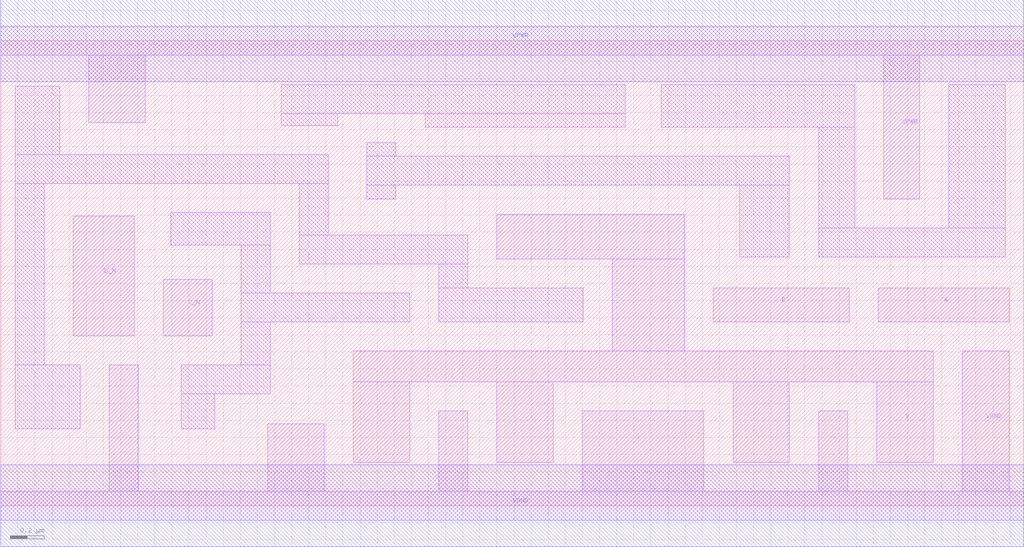
<source format=lef>
# Copyright 2020 The SkyWater PDK Authors
#
# Licensed under the Apache License, Version 2.0 (the "License");
# you may not use this file except in compliance with the License.
# You may obtain a copy of the License at
#
#     https://www.apache.org/licenses/LICENSE-2.0
#
# Unless required by applicable law or agreed to in writing, software
# distributed under the License is distributed on an "AS IS" BASIS,
# WITHOUT WARRANTIES OR CONDITIONS OF ANY KIND, either express or implied.
# See the License for the specific language governing permissions and
# limitations under the License.
#
# SPDX-License-Identifier: Apache-2.0

VERSION 5.5 ;
NAMESCASESENSITIVE ON ;
BUSBITCHARS "[]" ;
DIVIDERCHAR "/" ;
MACRO sky130_fd_sc_hd__nor4bb_2
  CLASS CORE ;
  SOURCE USER ;
  ORIGIN  0.000000  0.000000 ;
  SIZE  5.980000 BY  2.720000 ;
  SYMMETRY X Y R90 ;
  SITE unithd ;
  PIN A
    ANTENNAGATEAREA  0.495000 ;
    DIRECTION INPUT ;
    USE SIGNAL ;
    PORT
      LAYER li1 ;
        RECT 5.130000 1.075000 5.895000 1.275000 ;
    END
  END A
  PIN B
    ANTENNAGATEAREA  0.495000 ;
    DIRECTION INPUT ;
    USE SIGNAL ;
    PORT
      LAYER li1 ;
        RECT 4.165000 1.075000 4.960000 1.275000 ;
    END
  END B
  PIN C_N
    ANTENNAGATEAREA  0.126000 ;
    DIRECTION INPUT ;
    USE SIGNAL ;
    PORT
      LAYER li1 ;
        RECT 0.950000 0.995000 1.235000 1.325000 ;
    END
  END C_N
  PIN D_N
    ANTENNAGATEAREA  0.126000 ;
    DIRECTION INPUT ;
    USE SIGNAL ;
    PORT
      LAYER li1 ;
        RECT 0.425000 0.995000 0.780000 1.695000 ;
    END
  END D_N
  PIN Y
    ANTENNADIFFAREA  0.972000 ;
    DIRECTION OUTPUT ;
    USE SIGNAL ;
    PORT
      LAYER li1 ;
        RECT 2.060000 0.255000 2.390000 0.725000 ;
        RECT 2.060000 0.725000 5.450000 0.905000 ;
        RECT 2.900000 0.255000 3.230000 0.725000 ;
        RECT 2.900000 1.445000 3.995000 1.705000 ;
        RECT 3.575000 0.905000 3.995000 1.445000 ;
        RECT 4.280000 0.255000 4.610000 0.725000 ;
        RECT 5.120000 0.255000 5.450000 0.725000 ;
    END
  END Y
  PIN VGND
    DIRECTION INOUT ;
    SHAPE ABUTMENT ;
    USE GROUND ;
    PORT
      LAYER li1 ;
        RECT 0.000000 -0.085000 5.980000 0.085000 ;
        RECT 0.635000  0.085000 0.805000 0.825000 ;
        RECT 1.560000  0.085000 1.890000 0.480000 ;
        RECT 2.560000  0.085000 2.730000 0.555000 ;
        RECT 3.400000  0.085000 4.110000 0.555000 ;
        RECT 4.780000  0.085000 4.950000 0.555000 ;
        RECT 5.620000  0.085000 5.895000 0.905000 ;
    END
    PORT
      LAYER met1 ;
        RECT 0.000000 -0.240000 5.980000 0.240000 ;
    END
  END VGND
  PIN VNB
    DIRECTION INOUT ;
    USE GROUND ;
    PORT
    END
  END VNB
  PIN VPB
    DIRECTION INOUT ;
    USE POWER ;
    PORT
    END
  END VPB
  PIN VPWR
    DIRECTION INOUT ;
    SHAPE ABUTMENT ;
    USE POWER ;
    PORT
      LAYER li1 ;
        RECT 0.000000 2.635000 5.980000 2.805000 ;
        RECT 0.515000 2.240000 0.845000 2.635000 ;
        RECT 5.160000 1.795000 5.370000 2.635000 ;
    END
    PORT
      LAYER met1 ;
        RECT 0.000000 2.480000 5.980000 2.960000 ;
    END
  END VPWR
  OBS
    LAYER li1 ;
      RECT 0.085000 0.450000 0.465000 0.825000 ;
      RECT 0.085000 0.825000 0.255000 1.885000 ;
      RECT 0.085000 1.885000 1.915000 2.055000 ;
      RECT 0.085000 2.055000 0.345000 2.455000 ;
      RECT 0.995000 1.525000 1.575000 1.715000 ;
      RECT 1.055000 0.450000 1.250000 0.655000 ;
      RECT 1.055000 0.655000 1.575000 0.825000 ;
      RECT 1.405000 0.825000 1.575000 1.075000 ;
      RECT 1.405000 1.075000 2.390000 1.245000 ;
      RECT 1.405000 1.245000 1.575000 1.525000 ;
      RECT 1.640000 2.225000 1.970000 2.295000 ;
      RECT 1.640000 2.295000 3.650000 2.465000 ;
      RECT 1.745000 1.415000 2.730000 1.585000 ;
      RECT 1.745000 1.585000 1.915000 1.885000 ;
      RECT 2.140000 1.795000 2.310000 1.875000 ;
      RECT 2.140000 1.875000 4.610000 2.045000 ;
      RECT 2.140000 2.045000 2.310000 2.125000 ;
      RECT 2.480000 2.215000 3.650000 2.295000 ;
      RECT 2.560000 1.075000 3.405000 1.275000 ;
      RECT 2.560000 1.275000 2.730000 1.415000 ;
      RECT 3.860000 2.215000 4.990000 2.465000 ;
      RECT 4.320000 1.455000 4.610000 1.875000 ;
      RECT 4.780000 1.455000 5.870000 1.625000 ;
      RECT 4.780000 1.625000 4.990000 2.215000 ;
      RECT 5.540000 1.625000 5.870000 2.465000 ;
  END
END sky130_fd_sc_hd__nor4bb_2
END LIBRARY

</source>
